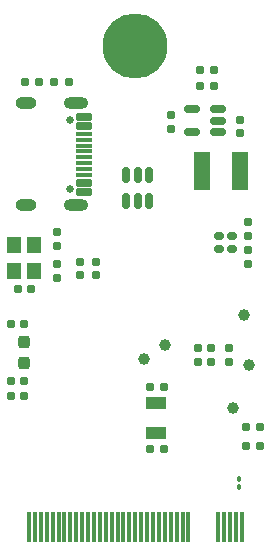
<source format=gbr>
%TF.GenerationSoftware,KiCad,Pcbnew,9.0.0*%
%TF.CreationDate,2025-02-28T21:47:31+01:00*%
%TF.ProjectId,ESP32S3_M.2_Board,45535033-3253-4335-9f4d-2e325f426f61,rev?*%
%TF.SameCoordinates,Original*%
%TF.FileFunction,Soldermask,Bot*%
%TF.FilePolarity,Negative*%
%FSLAX46Y46*%
G04 Gerber Fmt 4.6, Leading zero omitted, Abs format (unit mm)*
G04 Created by KiCad (PCBNEW 9.0.0) date 2025-02-28 21:47:31*
%MOMM*%
%LPD*%
G01*
G04 APERTURE LIST*
G04 Aperture macros list*
%AMRoundRect*
0 Rectangle with rounded corners*
0 $1 Rounding radius*
0 $2 $3 $4 $5 $6 $7 $8 $9 X,Y pos of 4 corners*
0 Add a 4 corners polygon primitive as box body*
4,1,4,$2,$3,$4,$5,$6,$7,$8,$9,$2,$3,0*
0 Add four circle primitives for the rounded corners*
1,1,$1+$1,$2,$3*
1,1,$1+$1,$4,$5*
1,1,$1+$1,$6,$7*
1,1,$1+$1,$8,$9*
0 Add four rect primitives between the rounded corners*
20,1,$1+$1,$2,$3,$4,$5,0*
20,1,$1+$1,$4,$5,$6,$7,0*
20,1,$1+$1,$6,$7,$8,$9,0*
20,1,$1+$1,$8,$9,$2,$3,0*%
G04 Aperture macros list end*
%ADD10C,1.000000*%
%ADD11O,1.800000X1.000000*%
%ADD12RoundRect,0.075000X0.625000X-0.075000X0.625000X0.075000X-0.625000X0.075000X-0.625000X-0.075000X0*%
%ADD13RoundRect,0.150000X0.550000X-0.150000X0.550000X0.150000X-0.550000X0.150000X-0.550000X-0.150000X0*%
%ADD14C,0.650000*%
%ADD15O,2.100000X1.000000*%
%ADD16R,1.400000X3.300000*%
%ADD17C,5.500000*%
%ADD18R,0.350000X2.500000*%
%ADD19RoundRect,0.150000X0.512500X0.150000X-0.512500X0.150000X-0.512500X-0.150000X0.512500X-0.150000X0*%
%ADD20R,1.800000X1.000000*%
%ADD21RoundRect,0.160000X-0.197500X-0.160000X0.197500X-0.160000X0.197500X0.160000X-0.197500X0.160000X0*%
%ADD22RoundRect,0.100000X-0.100000X0.130000X-0.100000X-0.130000X0.100000X-0.130000X0.100000X0.130000X0*%
%ADD23RoundRect,0.155000X0.212500X0.155000X-0.212500X0.155000X-0.212500X-0.155000X0.212500X-0.155000X0*%
%ADD24RoundRect,0.155000X-0.155000X0.212500X-0.155000X-0.212500X0.155000X-0.212500X0.155000X0.212500X0*%
%ADD25RoundRect,0.237500X-0.237500X0.287500X-0.237500X-0.287500X0.237500X-0.287500X0.237500X0.287500X0*%
%ADD26RoundRect,0.155000X-0.212500X-0.155000X0.212500X-0.155000X0.212500X0.155000X-0.212500X0.155000X0*%
%ADD27R,1.200000X1.400000*%
%ADD28RoundRect,0.160000X-0.160000X0.197500X-0.160000X-0.197500X0.160000X-0.197500X0.160000X0.197500X0*%
%ADD29RoundRect,0.155000X0.155000X-0.212500X0.155000X0.212500X-0.155000X0.212500X-0.155000X-0.212500X0*%
%ADD30RoundRect,0.160000X0.197500X0.160000X-0.197500X0.160000X-0.197500X-0.160000X0.197500X-0.160000X0*%
%ADD31RoundRect,0.150000X-0.150000X0.512500X-0.150000X-0.512500X0.150000X-0.512500X0.150000X0.512500X0*%
%ADD32RoundRect,0.160000X-0.222500X-0.160000X0.222500X-0.160000X0.222500X0.160000X-0.222500X0.160000X0*%
%ADD33RoundRect,0.160000X0.160000X-0.197500X0.160000X0.197500X-0.160000X0.197500X-0.160000X-0.197500X0*%
G04 APERTURE END LIST*
D10*
%TO.C,TP8*%
X238125000Y-113925000D03*
%TD*%
D11*
%TO.C,J1*%
X219685000Y-104620000D03*
D12*
X224560000Y-101050000D03*
X224560000Y-102050000D03*
X224560000Y-100050000D03*
X224560000Y-101550000D03*
D13*
X224560000Y-97100000D03*
D12*
X224560000Y-99050000D03*
D13*
X224560000Y-97100000D03*
D12*
X224560000Y-100550000D03*
D13*
X224560000Y-97900000D03*
X224560000Y-97900000D03*
D12*
X224560000Y-98550000D03*
X224560000Y-99550000D03*
D14*
X223365000Y-103190000D03*
X223365000Y-97410000D03*
D13*
X224560000Y-103500000D03*
X224560000Y-102700000D03*
X224560000Y-102700000D03*
X224560000Y-103500000D03*
D15*
X223865000Y-104620000D03*
D11*
X219685000Y-95980000D03*
D15*
X223865000Y-95980000D03*
%TD*%
D16*
%TO.C,L1*%
X237750000Y-101737500D03*
X234550000Y-101737500D03*
%TD*%
D10*
%TO.C,TP4*%
X237200000Y-121750000D03*
%TD*%
%TO.C,TP2*%
X231400000Y-116400000D03*
%TD*%
%TO.C,TP1*%
X229650000Y-117650000D03*
%TD*%
D17*
%TO.C,J2*%
X228900000Y-91100000D03*
D18*
X237900000Y-131850000D03*
X237400000Y-131850000D03*
X236900000Y-131850000D03*
X236400000Y-131850000D03*
X235900000Y-131850000D03*
X233400000Y-131850000D03*
X232900000Y-131850000D03*
X232400000Y-131850000D03*
X231900000Y-131850000D03*
X231400000Y-131850000D03*
X230900000Y-131850000D03*
X230400000Y-131850000D03*
X229900000Y-131850000D03*
X229400000Y-131850000D03*
X228900000Y-131850000D03*
X228400000Y-131850000D03*
X227900000Y-131850000D03*
X227400000Y-131850000D03*
X226900000Y-131850000D03*
X226400000Y-131850000D03*
X225900000Y-131850000D03*
X225400000Y-131850000D03*
X224900000Y-131850000D03*
X224400000Y-131850000D03*
X223900000Y-131850000D03*
X223400000Y-131850000D03*
X222900000Y-131850000D03*
X222400000Y-131850000D03*
X221900000Y-131850000D03*
X221400000Y-131850000D03*
X220900000Y-131850000D03*
X220400000Y-131850000D03*
X219900000Y-131850000D03*
%TD*%
D19*
%TO.C,U2*%
X235937500Y-96487500D03*
X235937500Y-97437500D03*
X235937500Y-98387500D03*
X233662500Y-98387500D03*
X233662500Y-96487500D03*
%TD*%
D20*
%TO.C,Y2*%
X230665000Y-123860000D03*
X230665000Y-121360000D03*
%TD*%
D21*
%TO.C,R7*%
X234352500Y-94550000D03*
X235547500Y-94550000D03*
%TD*%
D22*
%TO.C,JP2*%
X237650000Y-127780000D03*
X237650000Y-128420000D03*
%TD*%
D23*
%TO.C,C9*%
X219500000Y-119475000D03*
X218365000Y-119475000D03*
%TD*%
D24*
%TO.C,C20*%
X235300000Y-116732500D03*
X235300000Y-117867500D03*
%TD*%
D10*
%TO.C,TP3*%
X238550000Y-118150000D03*
%TD*%
D25*
%TO.C,L2*%
X219500000Y-116200000D03*
X219500000Y-117950000D03*
%TD*%
D24*
%TO.C,C13*%
X225600000Y-109415000D03*
X225600000Y-110550000D03*
%TD*%
D26*
%TO.C,C5*%
X238290000Y-123375000D03*
X239425000Y-123375000D03*
%TD*%
D27*
%TO.C,Y1*%
X218600000Y-110150000D03*
X218600000Y-107950000D03*
X220300000Y-107950000D03*
X220300000Y-110150000D03*
%TD*%
D28*
%TO.C,R8*%
X236800000Y-116702500D03*
X236800000Y-117897500D03*
%TD*%
D29*
%TO.C,C7*%
X237750000Y-98492500D03*
X237750000Y-97357500D03*
%TD*%
%TO.C,C21*%
X222250000Y-108017500D03*
X222250000Y-106882500D03*
%TD*%
%TO.C,C6*%
X231950000Y-98117500D03*
X231950000Y-96982500D03*
%TD*%
D30*
%TO.C,R2*%
X220772500Y-94150000D03*
X219577500Y-94150000D03*
%TD*%
%TO.C,R6*%
X235547500Y-93150000D03*
X234352500Y-93150000D03*
%TD*%
D31*
%TO.C,U1*%
X228150000Y-102012500D03*
X229100000Y-102012500D03*
X230050000Y-102012500D03*
X230050000Y-104287500D03*
X229100000Y-104287500D03*
X228150000Y-104287500D03*
%TD*%
D26*
%TO.C,C4*%
X238282500Y-124975000D03*
X239417500Y-124975000D03*
%TD*%
D23*
%TO.C,C10*%
X219500000Y-120750000D03*
X218365000Y-120750000D03*
%TD*%
D28*
%TO.C,R9*%
X222243071Y-109583871D03*
X222243071Y-110778871D03*
%TD*%
D21*
%TO.C,R1*%
X222052500Y-94150000D03*
X223247500Y-94150000D03*
%TD*%
D23*
%TO.C,C8*%
X219492500Y-114700000D03*
X218357500Y-114700000D03*
%TD*%
D32*
%TO.C,D1*%
X235977500Y-107250000D03*
X237122500Y-107250000D03*
%TD*%
D26*
%TO.C,C19*%
X218953210Y-111701651D03*
X220088210Y-111701651D03*
%TD*%
%TO.C,C22*%
X230152500Y-125257500D03*
X231287500Y-125257500D03*
%TD*%
D33*
%TO.C,R12*%
X238400000Y-109597500D03*
X238400000Y-108402500D03*
%TD*%
D28*
%TO.C,R11*%
X238400000Y-106052500D03*
X238400000Y-107247500D03*
%TD*%
D32*
%TO.C,D2*%
X235977500Y-108350000D03*
X237122500Y-108350000D03*
%TD*%
D24*
%TO.C,C14*%
X224225000Y-109415000D03*
X224225000Y-110550000D03*
%TD*%
%TO.C,C17*%
X234250000Y-116732500D03*
X234250000Y-117867500D03*
%TD*%
D26*
%TO.C,C24*%
X230152500Y-119982500D03*
X231287500Y-119982500D03*
%TD*%
M02*

</source>
